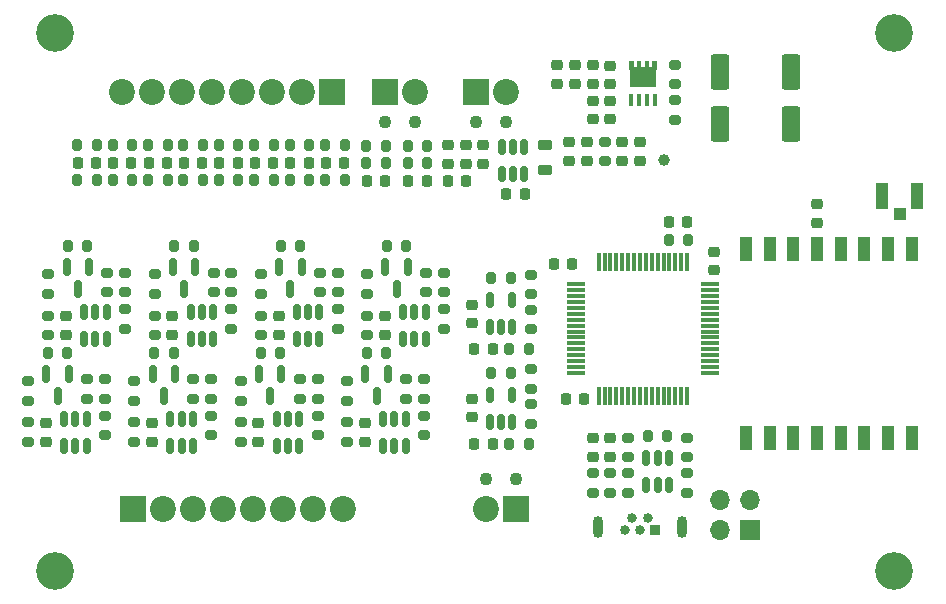
<source format=gbr>
%TF.GenerationSoftware,KiCad,Pcbnew,(6.0.6)*%
%TF.CreationDate,2022-10-17T00:56:45+02:00*%
%TF.ProjectId,Cobot,436f626f-742e-46b6-9963-61645f706362,rev?*%
%TF.SameCoordinates,Original*%
%TF.FileFunction,Soldermask,Top*%
%TF.FilePolarity,Negative*%
%FSLAX46Y46*%
G04 Gerber Fmt 4.6, Leading zero omitted, Abs format (unit mm)*
G04 Created by KiCad (PCBNEW (6.0.6)) date 2022-10-17 00:56:45*
%MOMM*%
%LPD*%
G01*
G04 APERTURE LIST*
G04 Aperture macros list*
%AMRoundRect*
0 Rectangle with rounded corners*
0 $1 Rounding radius*
0 $2 $3 $4 $5 $6 $7 $8 $9 X,Y pos of 4 corners*
0 Add a 4 corners polygon primitive as box body*
4,1,4,$2,$3,$4,$5,$6,$7,$8,$9,$2,$3,0*
0 Add four circle primitives for the rounded corners*
1,1,$1+$1,$2,$3*
1,1,$1+$1,$4,$5*
1,1,$1+$1,$6,$7*
1,1,$1+$1,$8,$9*
0 Add four rect primitives between the rounded corners*
20,1,$1+$1,$2,$3,$4,$5,0*
20,1,$1+$1,$4,$5,$6,$7,0*
20,1,$1+$1,$6,$7,$8,$9,0*
20,1,$1+$1,$8,$9,$2,$3,0*%
%AMFreePoly0*
4,1,21,1.372500,0.787500,0.862500,0.787500,0.862500,0.532500,1.372500,0.532500,1.372500,0.127500,0.862500,0.127500,0.862500,-0.127500,1.372500,-0.127500,1.372500,-0.532500,0.862500,-0.532500,0.862500,-0.787500,1.372500,-0.787500,1.372500,-1.195000,0.612500,-1.195000,0.612500,-1.117500,-0.862500,-1.117500,-0.862500,1.117500,0.612500,1.117500,0.612500,1.195000,1.372500,1.195000,
1.372500,0.787500,1.372500,0.787500,$1*%
G04 Aperture macros list end*
%ADD10RoundRect,0.200000X0.275000X-0.200000X0.275000X0.200000X-0.275000X0.200000X-0.275000X-0.200000X0*%
%ADD11RoundRect,0.200000X-0.275000X0.200000X-0.275000X-0.200000X0.275000X-0.200000X0.275000X0.200000X0*%
%ADD12RoundRect,0.225000X-0.250000X0.225000X-0.250000X-0.225000X0.250000X-0.225000X0.250000X0.225000X0*%
%ADD13RoundRect,0.200000X-0.200000X-0.275000X0.200000X-0.275000X0.200000X0.275000X-0.200000X0.275000X0*%
%ADD14RoundRect,0.218750X-0.256250X0.218750X-0.256250X-0.218750X0.256250X-0.218750X0.256250X0.218750X0*%
%ADD15RoundRect,0.150000X-0.150000X0.512500X-0.150000X-0.512500X0.150000X-0.512500X0.150000X0.512500X0*%
%ADD16RoundRect,0.200000X0.200000X0.275000X-0.200000X0.275000X-0.200000X-0.275000X0.200000X-0.275000X0*%
%ADD17RoundRect,0.150000X-0.150000X0.587500X-0.150000X-0.587500X0.150000X-0.587500X0.150000X0.587500X0*%
%ADD18RoundRect,0.218750X0.218750X0.256250X-0.218750X0.256250X-0.218750X-0.256250X0.218750X-0.256250X0*%
%ADD19RoundRect,0.250000X0.550000X-1.250000X0.550000X1.250000X-0.550000X1.250000X-0.550000X-1.250000X0*%
%ADD20RoundRect,0.218750X0.256250X-0.218750X0.256250X0.218750X-0.256250X0.218750X-0.256250X-0.218750X0*%
%ADD21RoundRect,0.225000X-0.225000X-0.250000X0.225000X-0.250000X0.225000X0.250000X-0.225000X0.250000X0*%
%ADD22C,1.100000*%
%ADD23R,2.200000X2.200000*%
%ADD24C,2.200000*%
%ADD25R,1.000000X1.050000*%
%ADD26R,1.050000X2.200000*%
%ADD27RoundRect,0.225000X0.225000X0.250000X-0.225000X0.250000X-0.225000X-0.250000X0.225000X-0.250000X0*%
%ADD28RoundRect,0.150000X0.150000X-0.512500X0.150000X0.512500X-0.150000X0.512500X-0.150000X-0.512500X0*%
%ADD29R,0.840000X0.840000*%
%ADD30C,0.840000*%
%ADD31O,0.850000X1.850000*%
%ADD32R,1.000000X2.000000*%
%ADD33RoundRect,0.225000X0.250000X-0.225000X0.250000X0.225000X-0.250000X0.225000X-0.250000X-0.225000X0*%
%ADD34R,0.405000X0.990000*%
%ADD35FreePoly0,90.000000*%
%ADD36RoundRect,0.075000X-0.075000X0.700000X-0.075000X-0.700000X0.075000X-0.700000X0.075000X0.700000X0*%
%ADD37RoundRect,0.075000X-0.700000X0.075000X-0.700000X-0.075000X0.700000X-0.075000X0.700000X0.075000X0*%
%ADD38C,1.000000*%
%ADD39R,1.700000X1.700000*%
%ADD40O,1.700000X1.700000*%
%ADD41C,3.200000*%
%ADD42RoundRect,0.218750X0.381250X-0.218750X0.381250X0.218750X-0.381250X0.218750X-0.381250X-0.218750X0*%
G04 APERTURE END LIST*
D10*
%TO.C,R63*%
X93398892Y-149767658D03*
X93398892Y-148117658D03*
%TD*%
D11*
%TO.C,R78*%
X102398892Y-145017658D03*
X102398892Y-146667658D03*
%TD*%
D12*
%TO.C,C5*%
X134000000Y-139225000D03*
X134000000Y-140775000D03*
%TD*%
D13*
%TO.C,R28*%
X92350000Y-134200000D03*
X94000000Y-134200000D03*
%TD*%
D14*
%TO.C,F8*%
X97398892Y-148705158D03*
X97398892Y-150280158D03*
%TD*%
D15*
%TO.C,Q16*%
X82848892Y-148355158D03*
X81898892Y-148355158D03*
X80948892Y-148355158D03*
X80948892Y-150630158D03*
X81898892Y-150630158D03*
X82848892Y-150630158D03*
%TD*%
D16*
%TO.C,R6*%
X121325000Y-158825000D03*
X119675000Y-158825000D03*
%TD*%
D11*
%TO.C,R67*%
X99200000Y-154050000D03*
X99200000Y-155700000D03*
%TD*%
D17*
%TO.C,Q6*%
X72350000Y-144550000D03*
X70450000Y-144550000D03*
X71400000Y-146425000D03*
%TD*%
D10*
%TO.C,R34*%
X67200000Y-159350000D03*
X67200000Y-157700000D03*
%TD*%
D14*
%TO.C,F1*%
X68700000Y-157737500D03*
X68700000Y-159312500D03*
%TD*%
D13*
%TO.C,R81*%
X97573892Y-142742658D03*
X99223892Y-142742658D03*
%TD*%
D18*
%TO.C,D7*%
X106537500Y-159500000D03*
X104962500Y-159500000D03*
%TD*%
D15*
%TO.C,Q9*%
X91848892Y-148355158D03*
X90898892Y-148355158D03*
X89948892Y-148355158D03*
X89948892Y-150630158D03*
X90898892Y-150630158D03*
X91848892Y-150630158D03*
%TD*%
D11*
%TO.C,R65*%
X81200000Y-154050000D03*
X81200000Y-155700000D03*
%TD*%
%TO.C,R26*%
X91700000Y-154050000D03*
X91700000Y-155700000D03*
%TD*%
D19*
%TO.C,C14*%
X125750000Y-132450000D03*
X125750000Y-128050000D03*
%TD*%
D20*
%TO.C,D3*%
X102750000Y-135787500D03*
X102750000Y-134212500D03*
%TD*%
D10*
%TO.C,R13*%
X109750000Y-154825000D03*
X109750000Y-153175000D03*
%TD*%
D11*
%TO.C,R66*%
X100700000Y-154050000D03*
X100700000Y-155700000D03*
%TD*%
D12*
%TO.C,C18*%
X119000000Y-133975000D03*
X119000000Y-135525000D03*
%TD*%
D11*
%TO.C,R3*%
X118000000Y-162000000D03*
X118000000Y-163650000D03*
%TD*%
D13*
%TO.C,R43*%
X77350000Y-137200000D03*
X79000000Y-137200000D03*
%TD*%
D21*
%TO.C,C26*%
X77400000Y-135700000D03*
X78950000Y-135700000D03*
%TD*%
D10*
%TO.C,R85*%
X95898892Y-146817658D03*
X95898892Y-145167658D03*
%TD*%
D13*
%TO.C,R14*%
X95830000Y-134250000D03*
X97480000Y-134250000D03*
%TD*%
D22*
%TO.C,J7*%
X105135000Y-132290000D03*
X107675000Y-132290000D03*
D23*
X105135000Y-129750000D03*
D24*
X107675000Y-129750000D03*
%TD*%
D23*
%TO.C,J5*%
X92915000Y-129750000D03*
D24*
X90375000Y-129750000D03*
X87835000Y-129750000D03*
X85295000Y-129750000D03*
X82755000Y-129750000D03*
X80215000Y-129750000D03*
X77675000Y-129750000D03*
X75135000Y-129750000D03*
%TD*%
D25*
%TO.C,AE1*%
X141000000Y-140050000D03*
D26*
X139525000Y-138525000D03*
X142475000Y-138525000D03*
%TD*%
D14*
%TO.C,F3*%
X70400000Y-148700000D03*
X70400000Y-150275000D03*
%TD*%
D22*
%TO.C,J6*%
X97385000Y-132290000D03*
X99925000Y-132290000D03*
D23*
X97385000Y-129750000D03*
D24*
X99925000Y-129750000D03*
%TD*%
D21*
%TO.C,C1*%
X111713408Y-144242792D03*
X113263408Y-144242792D03*
%TD*%
D10*
%TO.C,R82*%
X77898892Y-150317658D03*
X77898892Y-148667658D03*
%TD*%
D27*
%TO.C,C25*%
X90950000Y-135700000D03*
X89400000Y-135700000D03*
%TD*%
D18*
%TO.C,D6*%
X106537500Y-151500000D03*
X104962500Y-151500000D03*
%TD*%
D11*
%TO.C,R51*%
X91898892Y-145017658D03*
X91898892Y-146667658D03*
%TD*%
D10*
%TO.C,R20*%
X109750000Y-149825000D03*
X109750000Y-148175000D03*
%TD*%
D14*
%TO.C,D2*%
X116500000Y-159037500D03*
X116500000Y-160612500D03*
%TD*%
D28*
%TO.C,U6*%
X106300000Y-157637500D03*
X107250000Y-157637500D03*
X108200000Y-157637500D03*
X108200000Y-155362500D03*
X106300000Y-155362500D03*
%TD*%
D10*
%TO.C,R71*%
X76200000Y-155850000D03*
X76200000Y-154200000D03*
%TD*%
D15*
%TO.C,Q8*%
X73850000Y-148350000D03*
X72900000Y-148350000D03*
X71950000Y-148350000D03*
X71950000Y-150625000D03*
X72900000Y-150625000D03*
X73850000Y-150625000D03*
%TD*%
%TO.C,Q4*%
X72150000Y-157387500D03*
X71200000Y-157387500D03*
X70250000Y-157387500D03*
X70250000Y-159662500D03*
X71200000Y-159662500D03*
X72150000Y-159662500D03*
%TD*%
D11*
%TO.C,R76*%
X84398892Y-145017658D03*
X84398892Y-146667658D03*
%TD*%
%TO.C,R4*%
X115000000Y-161985000D03*
X115000000Y-163635000D03*
%TD*%
D10*
%TO.C,R72*%
X94200000Y-159350000D03*
X94200000Y-157700000D03*
%TD*%
D21*
%TO.C,C11*%
X107699575Y-138341384D03*
X109249575Y-138341384D03*
%TD*%
D10*
%TO.C,R61*%
X86898892Y-146817658D03*
X86898892Y-145167658D03*
%TD*%
D17*
%TO.C,Q14*%
X81348892Y-144555158D03*
X79448892Y-144555158D03*
X80398892Y-146430158D03*
%TD*%
D29*
%TO.C,J1*%
X120300000Y-166795000D03*
D30*
X119650000Y-165795000D03*
X119000000Y-166795000D03*
X118350000Y-165795000D03*
X117700000Y-166795000D03*
D31*
X122575000Y-166575000D03*
X115425000Y-166575000D03*
%TD*%
D32*
%TO.C,U3*%
X128000000Y-159000000D03*
X130000000Y-159000000D03*
X132000000Y-159000000D03*
X134000000Y-159000000D03*
X136000000Y-159000000D03*
X138000000Y-159000000D03*
X140000000Y-159000000D03*
X142000000Y-159000000D03*
X142000000Y-143000000D03*
X140000000Y-143000000D03*
X138000000Y-143000000D03*
X136000000Y-143000000D03*
X134000000Y-143000000D03*
X132000000Y-143000000D03*
X130000000Y-143000000D03*
X128000000Y-143000000D03*
%TD*%
D33*
%TO.C,C6*%
X104250000Y-135775000D03*
X104250000Y-134225000D03*
%TD*%
D13*
%TO.C,R31*%
X80350000Y-137200000D03*
X82000000Y-137200000D03*
%TD*%
D11*
%TO.C,R24*%
X73700000Y-154050000D03*
X73700000Y-155700000D03*
%TD*%
D13*
%TO.C,R53*%
X88573892Y-142742658D03*
X90223892Y-142742658D03*
%TD*%
D21*
%TO.C,C30*%
X71400000Y-135700000D03*
X72950000Y-135700000D03*
%TD*%
D34*
%TO.C,Q1*%
X118260000Y-130435000D03*
X118920000Y-130435000D03*
X119580000Y-130435000D03*
X120240000Y-130435000D03*
D35*
X119250000Y-128442500D03*
%TD*%
D21*
%TO.C,C24*%
X80400000Y-135700000D03*
X81950000Y-135700000D03*
%TD*%
D15*
%TO.C,U4*%
X109200000Y-134362500D03*
X108250000Y-134362500D03*
X107300000Y-134362500D03*
X107300000Y-136637500D03*
X108250000Y-136637500D03*
X109200000Y-136637500D03*
%TD*%
D14*
%TO.C,F2*%
X86700000Y-157737500D03*
X86700000Y-159312500D03*
%TD*%
D13*
%TO.C,R69*%
X95875000Y-151775000D03*
X97525000Y-151775000D03*
%TD*%
D17*
%TO.C,Q15*%
X99348892Y-144555158D03*
X97448892Y-144555158D03*
X98398892Y-146430158D03*
%TD*%
D12*
%TO.C,C20*%
X104750000Y-147725000D03*
X104750000Y-149275000D03*
%TD*%
D36*
%TO.C,U1*%
X123000000Y-144075000D03*
X122500000Y-144075000D03*
X122000000Y-144075000D03*
X121500000Y-144075000D03*
X121000000Y-144075000D03*
X120500000Y-144075000D03*
X120000000Y-144075000D03*
X119500000Y-144075000D03*
X119000000Y-144075000D03*
X118500000Y-144075000D03*
X118000000Y-144075000D03*
X117500000Y-144075000D03*
X117000000Y-144075000D03*
X116500000Y-144075000D03*
X116000000Y-144075000D03*
X115500000Y-144075000D03*
D37*
X113575000Y-146000000D03*
X113575000Y-146500000D03*
X113575000Y-147000000D03*
X113575000Y-147500000D03*
X113575000Y-148000000D03*
X113575000Y-148500000D03*
X113575000Y-149000000D03*
X113575000Y-149500000D03*
X113575000Y-150000000D03*
X113575000Y-150500000D03*
X113575000Y-151000000D03*
X113575000Y-151500000D03*
X113575000Y-152000000D03*
X113575000Y-152500000D03*
X113575000Y-153000000D03*
X113575000Y-153500000D03*
D36*
X115500000Y-155425000D03*
X116000000Y-155425000D03*
X116500000Y-155425000D03*
X117000000Y-155425000D03*
X117500000Y-155425000D03*
X118000000Y-155425000D03*
X118500000Y-155425000D03*
X119000000Y-155425000D03*
X119500000Y-155425000D03*
X120000000Y-155425000D03*
X120500000Y-155425000D03*
X121000000Y-155425000D03*
X121500000Y-155425000D03*
X122000000Y-155425000D03*
X122500000Y-155425000D03*
X123000000Y-155425000D03*
D37*
X124925000Y-153500000D03*
X124925000Y-153000000D03*
X124925000Y-152500000D03*
X124925000Y-152000000D03*
X124925000Y-151500000D03*
X124925000Y-151000000D03*
X124925000Y-150500000D03*
X124925000Y-150000000D03*
X124925000Y-149500000D03*
X124925000Y-149000000D03*
X124925000Y-148500000D03*
X124925000Y-148000000D03*
X124925000Y-147500000D03*
X124925000Y-147000000D03*
X124925000Y-146500000D03*
X124925000Y-146000000D03*
%TD*%
D21*
%TO.C,C28*%
X74400000Y-135700000D03*
X75950000Y-135700000D03*
%TD*%
D10*
%TO.C,R58*%
X68900000Y-150312500D03*
X68900000Y-148662500D03*
%TD*%
%TO.C,R10*%
X122000000Y-129075000D03*
X122000000Y-127425000D03*
%TD*%
D15*
%TO.C,Q5*%
X90150000Y-157387500D03*
X89200000Y-157387500D03*
X88250000Y-157387500D03*
X88250000Y-159662500D03*
X89200000Y-159662500D03*
X90150000Y-159662500D03*
%TD*%
D14*
%TO.C,L2*%
X117500000Y-133962500D03*
X117500000Y-135537500D03*
%TD*%
D13*
%TO.C,R52*%
X70575000Y-142737500D03*
X72225000Y-142737500D03*
%TD*%
D11*
%TO.C,R8*%
X123000000Y-159000000D03*
X123000000Y-160650000D03*
%TD*%
D13*
%TO.C,R54*%
X83350000Y-134200000D03*
X85000000Y-134200000D03*
%TD*%
D10*
%TO.C,R84*%
X95898892Y-150317658D03*
X95898892Y-148667658D03*
%TD*%
D13*
%TO.C,R33*%
X86875000Y-151775000D03*
X88525000Y-151775000D03*
%TD*%
D12*
%TO.C,C21*%
X104750000Y-155725000D03*
X104750000Y-157275000D03*
%TD*%
D16*
%TO.C,R15*%
X97480000Y-135750000D03*
X95830000Y-135750000D03*
%TD*%
D11*
%TO.C,R77*%
X82898892Y-145017658D03*
X82898892Y-146667658D03*
%TD*%
D23*
%TO.C,J3*%
X76110000Y-165000000D03*
D24*
X78650000Y-165000000D03*
X81190000Y-165000000D03*
X83730000Y-165000000D03*
X86270000Y-165000000D03*
X88810000Y-165000000D03*
X91350000Y-165000000D03*
X93890000Y-165000000D03*
%TD*%
D17*
%TO.C,Q7*%
X90348892Y-144555158D03*
X88448892Y-144555158D03*
X89398892Y-146430158D03*
%TD*%
D10*
%TO.C,R75*%
X100700000Y-158800000D03*
X100700000Y-157150000D03*
%TD*%
D13*
%TO.C,R47*%
X74350000Y-137200000D03*
X76000000Y-137200000D03*
%TD*%
%TO.C,R57*%
X71350000Y-137200000D03*
X73000000Y-137200000D03*
%TD*%
D14*
%TO.C,F6*%
X95700000Y-157737500D03*
X95700000Y-159312500D03*
%TD*%
D16*
%TO.C,R45*%
X88000000Y-137200000D03*
X86350000Y-137200000D03*
%TD*%
D11*
%TO.C,R27*%
X90200000Y-154050000D03*
X90200000Y-155700000D03*
%TD*%
D13*
%TO.C,R80*%
X79573892Y-142742658D03*
X81223892Y-142742658D03*
%TD*%
D12*
%TO.C,C16*%
X116500000Y-130475000D03*
X116500000Y-132025000D03*
%TD*%
D14*
%TO.C,F5*%
X77700000Y-157737500D03*
X77700000Y-159312500D03*
%TD*%
D11*
%TO.C,R25*%
X72200000Y-154050000D03*
X72200000Y-155700000D03*
%TD*%
D12*
%TO.C,C12*%
X114500000Y-133975000D03*
X114500000Y-135525000D03*
%TD*%
D15*
%TO.C,Q12*%
X81150000Y-157387500D03*
X80200000Y-157387500D03*
X79250000Y-157387500D03*
X79250000Y-159662500D03*
X80200000Y-159662500D03*
X81150000Y-159662500D03*
%TD*%
D11*
%TO.C,R48*%
X75400000Y-145012500D03*
X75400000Y-146662500D03*
%TD*%
D10*
%TO.C,R59*%
X68900000Y-146812500D03*
X68900000Y-145162500D03*
%TD*%
%TO.C,R73*%
X94200000Y-155850000D03*
X94200000Y-154200000D03*
%TD*%
D22*
%TO.C,J4*%
X105980000Y-162460000D03*
X108520000Y-162460000D03*
D23*
X108520000Y-165000000D03*
D24*
X105980000Y-165000000D03*
%TD*%
D10*
%TO.C,R36*%
X85200000Y-159350000D03*
X85200000Y-157700000D03*
%TD*%
D12*
%TO.C,C10*%
X115000000Y-127475000D03*
X115000000Y-129025000D03*
%TD*%
D16*
%TO.C,R23*%
X108075000Y-153500000D03*
X106425000Y-153500000D03*
%TD*%
D10*
%TO.C,R11*%
X116000000Y-135575000D03*
X116000000Y-133925000D03*
%TD*%
%TO.C,R62*%
X75400000Y-149762500D03*
X75400000Y-148112500D03*
%TD*%
D28*
%TO.C,U5*%
X106300000Y-149637500D03*
X107250000Y-149637500D03*
X108200000Y-149637500D03*
X108200000Y-147362500D03*
X106300000Y-147362500D03*
%TD*%
D15*
%TO.C,U2*%
X121450000Y-160687500D03*
X120500000Y-160687500D03*
X119550000Y-160687500D03*
X119550000Y-162962500D03*
X120500000Y-162962500D03*
X121450000Y-162962500D03*
%TD*%
D12*
%TO.C,C13*%
X113000000Y-133975000D03*
X113000000Y-135525000D03*
%TD*%
D10*
%TO.C,R37*%
X85200000Y-155850000D03*
X85200000Y-154200000D03*
%TD*%
%TO.C,R74*%
X82700000Y-158800000D03*
X82700000Y-157150000D03*
%TD*%
D11*
%TO.C,R79*%
X100898892Y-145017658D03*
X100898892Y-146667658D03*
%TD*%
D33*
%TO.C,C8*%
X105750000Y-135775000D03*
X105750000Y-134225000D03*
%TD*%
D17*
%TO.C,Q3*%
X88650000Y-153587500D03*
X86750000Y-153587500D03*
X87700000Y-155462500D03*
%TD*%
D27*
%TO.C,C27*%
X87950000Y-135700000D03*
X86400000Y-135700000D03*
%TD*%
D10*
%TO.C,R38*%
X73700000Y-158800000D03*
X73700000Y-157150000D03*
%TD*%
%TO.C,R35*%
X67200000Y-155850000D03*
X67200000Y-154200000D03*
%TD*%
D38*
%TO.C,TP1*%
X121000000Y-135500000D03*
%TD*%
D13*
%TO.C,R19*%
X99330000Y-135750000D03*
X100980000Y-135750000D03*
%TD*%
D16*
%TO.C,R29*%
X94000000Y-137200000D03*
X92350000Y-137200000D03*
%TD*%
D10*
%TO.C,R87*%
X102398892Y-149767658D03*
X102398892Y-148117658D03*
%TD*%
D16*
%TO.C,R55*%
X85000000Y-137200000D03*
X83350000Y-137200000D03*
%TD*%
D13*
%TO.C,R40*%
X89350000Y-134200000D03*
X91000000Y-134200000D03*
%TD*%
D11*
%TO.C,R5*%
X116500000Y-162000000D03*
X116500000Y-163650000D03*
%TD*%
D33*
%TO.C,C9*%
X113500000Y-129025000D03*
X113500000Y-127475000D03*
%TD*%
D10*
%TO.C,R9*%
X122000000Y-132075000D03*
X122000000Y-130425000D03*
%TD*%
D19*
%TO.C,C15*%
X131750000Y-132450000D03*
X131750000Y-128050000D03*
%TD*%
D21*
%TO.C,C4*%
X121475000Y-140750000D03*
X123025000Y-140750000D03*
%TD*%
D39*
%TO.C,J2*%
X128325000Y-166800000D03*
D40*
X125785000Y-166800000D03*
X128325000Y-164260000D03*
X125785000Y-164260000D03*
%TD*%
D41*
%TO.C,H4*%
X140500000Y-124750000D03*
%TD*%
D14*
%TO.C,D1*%
X115000000Y-159037500D03*
X115000000Y-160612500D03*
%TD*%
D10*
%TO.C,R70*%
X76200000Y-159350000D03*
X76200000Y-157700000D03*
%TD*%
D27*
%TO.C,C19*%
X97430000Y-137250000D03*
X95880000Y-137250000D03*
%TD*%
D10*
%TO.C,R39*%
X91700000Y-158800000D03*
X91700000Y-157150000D03*
%TD*%
%TO.C,R86*%
X84398892Y-149767658D03*
X84398892Y-148117658D03*
%TD*%
D42*
%TO.C,L1*%
X111000000Y-136312500D03*
X111000000Y-134187500D03*
%TD*%
D10*
%TO.C,R60*%
X86898892Y-150317658D03*
X86898892Y-148667658D03*
%TD*%
D21*
%TO.C,C22*%
X99380000Y-137250000D03*
X100930000Y-137250000D03*
%TD*%
D33*
%TO.C,C2*%
X125250000Y-144775000D03*
X125250000Y-143225000D03*
%TD*%
D27*
%TO.C,C3*%
X114275000Y-155750000D03*
X112725000Y-155750000D03*
%TD*%
D18*
%TO.C,D4*%
X104287500Y-137250000D03*
X102712500Y-137250000D03*
%TD*%
D17*
%TO.C,Q10*%
X79650000Y-153587500D03*
X77750000Y-153587500D03*
X78700000Y-155462500D03*
%TD*%
D13*
%TO.C,R44*%
X86350000Y-134200000D03*
X88000000Y-134200000D03*
%TD*%
D11*
%TO.C,R64*%
X82700000Y-154050000D03*
X82700000Y-155700000D03*
%TD*%
D16*
%TO.C,R16*%
X109575000Y-151500000D03*
X107925000Y-151500000D03*
%TD*%
D14*
%TO.C,F7*%
X79398892Y-148705158D03*
X79398892Y-150280158D03*
%TD*%
D41*
%TO.C,H3*%
X69500000Y-124750000D03*
%TD*%
D13*
%TO.C,R68*%
X77875000Y-151775000D03*
X79525000Y-151775000D03*
%TD*%
D27*
%TO.C,C29*%
X84950000Y-135700000D03*
X83400000Y-135700000D03*
%TD*%
D11*
%TO.C,R49*%
X73900000Y-145012500D03*
X73900000Y-146662500D03*
%TD*%
D41*
%TO.C,H1*%
X140500000Y-170250000D03*
%TD*%
D17*
%TO.C,Q2*%
X70650000Y-153587500D03*
X68750000Y-153587500D03*
X69700000Y-155462500D03*
%TD*%
D13*
%TO.C,R1*%
X121425000Y-142250000D03*
X123075000Y-142250000D03*
%TD*%
D15*
%TO.C,Q13*%
X99150000Y-157387500D03*
X98200000Y-157387500D03*
X97250000Y-157387500D03*
X97250000Y-159662500D03*
X98200000Y-159662500D03*
X99150000Y-159662500D03*
%TD*%
D14*
%TO.C,F4*%
X88398892Y-148705158D03*
X88398892Y-150280158D03*
%TD*%
D16*
%TO.C,R41*%
X91000000Y-137200000D03*
X89350000Y-137200000D03*
%TD*%
%TO.C,R18*%
X100980000Y-134250000D03*
X99330000Y-134250000D03*
%TD*%
D33*
%TO.C,C7*%
X112000000Y-129025000D03*
X112000000Y-127475000D03*
%TD*%
D16*
%TO.C,R56*%
X73000000Y-134200000D03*
X71350000Y-134200000D03*
%TD*%
%TO.C,R21*%
X108075000Y-145500000D03*
X106425000Y-145500000D03*
%TD*%
D12*
%TO.C,C17*%
X115000000Y-130475000D03*
X115000000Y-132025000D03*
%TD*%
D13*
%TO.C,R32*%
X68875000Y-151775000D03*
X70525000Y-151775000D03*
%TD*%
D11*
%TO.C,R2*%
X123000000Y-162000000D03*
X123000000Y-163650000D03*
%TD*%
D41*
%TO.C,H2*%
X69500000Y-170250000D03*
%TD*%
D16*
%TO.C,R17*%
X109575000Y-159500000D03*
X107925000Y-159500000D03*
%TD*%
%TO.C,R30*%
X82000000Y-134200000D03*
X80350000Y-134200000D03*
%TD*%
%TO.C,R46*%
X76000000Y-134200000D03*
X74350000Y-134200000D03*
%TD*%
D10*
%TO.C,R22*%
X109750000Y-157825000D03*
X109750000Y-156175000D03*
%TD*%
D16*
%TO.C,R42*%
X79000000Y-134200000D03*
X77350000Y-134200000D03*
%TD*%
D27*
%TO.C,C23*%
X93950000Y-135700000D03*
X92400000Y-135700000D03*
%TD*%
D11*
%TO.C,R50*%
X93398892Y-145017658D03*
X93398892Y-146667658D03*
%TD*%
%TO.C,R7*%
X118000000Y-159000000D03*
X118000000Y-160650000D03*
%TD*%
D10*
%TO.C,R12*%
X109750000Y-146825000D03*
X109750000Y-145175000D03*
%TD*%
%TO.C,R83*%
X77898892Y-146817658D03*
X77898892Y-145167658D03*
%TD*%
D17*
%TO.C,Q11*%
X97650000Y-153587500D03*
X95750000Y-153587500D03*
X96700000Y-155462500D03*
%TD*%
D14*
%TO.C,D5*%
X116500000Y-127500000D03*
X116500000Y-129075000D03*
%TD*%
D15*
%TO.C,Q17*%
X100848892Y-148355158D03*
X99898892Y-148355158D03*
X98948892Y-148355158D03*
X98948892Y-150630158D03*
X99898892Y-150630158D03*
X100848892Y-150630158D03*
%TD*%
M02*

</source>
